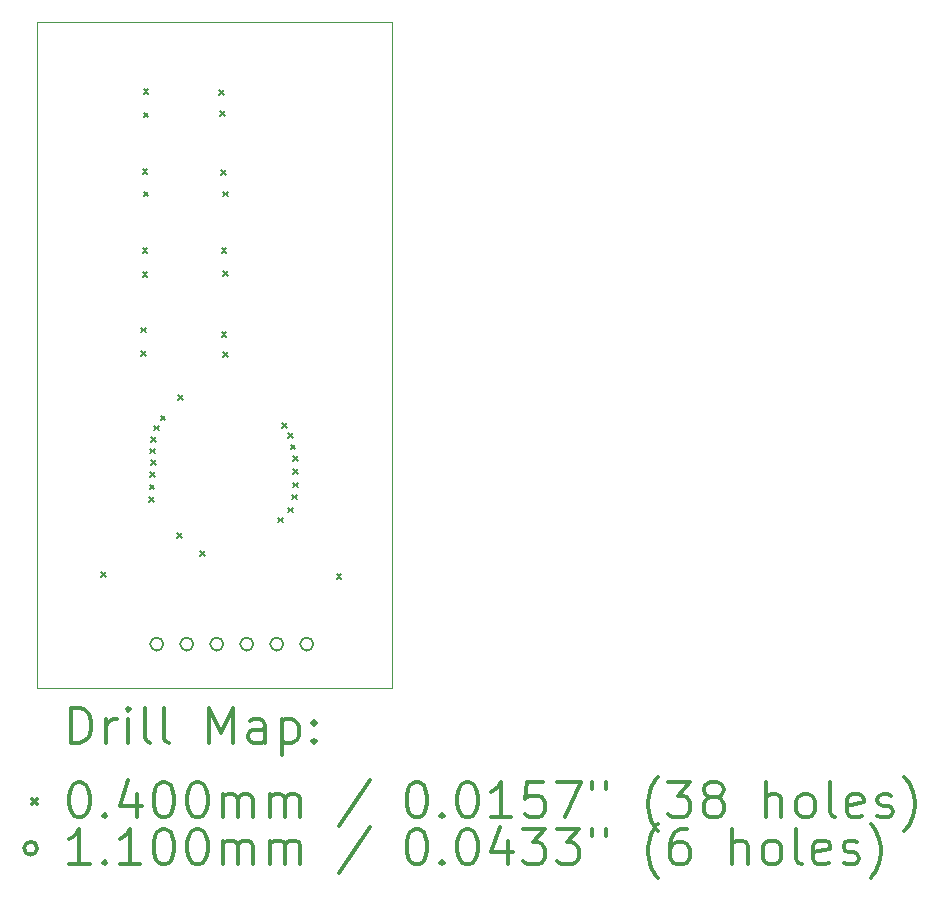
<source format=gbr>
%FSLAX45Y45*%
G04 Gerber Fmt 4.5, Leading zero omitted, Abs format (unit mm)*
G04 Created by KiCad (PCBNEW (5.1.12)-1) date 2022-08-18 12:28:16*
%MOMM*%
%LPD*%
G01*
G04 APERTURE LIST*
%TA.AperFunction,Profile*%
%ADD10C,0.050000*%
%TD*%
%ADD11C,0.200000*%
%ADD12C,0.300000*%
G04 APERTURE END LIST*
D10*
X11450000Y-4150000D02*
X14450000Y-4150000D01*
X11450000Y-9790000D02*
X11450000Y-4150000D01*
X14450000Y-9790000D02*
X14450000Y-4150000D01*
X11450000Y-9790000D02*
X14450000Y-9790000D01*
D11*
X11987500Y-8812500D02*
X12027500Y-8852500D01*
X12027500Y-8812500D02*
X11987500Y-8852500D01*
X12330000Y-6740000D02*
X12370000Y-6780000D01*
X12370000Y-6740000D02*
X12330000Y-6780000D01*
X12330000Y-6940000D02*
X12370000Y-6980000D01*
X12370000Y-6940000D02*
X12330000Y-6980000D01*
X12340000Y-5400000D02*
X12380000Y-5440000D01*
X12380000Y-5400000D02*
X12340000Y-5440000D01*
X12340000Y-6070000D02*
X12380000Y-6110000D01*
X12380000Y-6070000D02*
X12340000Y-6110000D01*
X12340000Y-6270000D02*
X12380000Y-6310000D01*
X12380000Y-6270000D02*
X12340000Y-6310000D01*
X12350000Y-4720000D02*
X12390000Y-4760000D01*
X12390000Y-4720000D02*
X12350000Y-4760000D01*
X12350000Y-4920000D02*
X12390000Y-4960000D01*
X12390000Y-4920000D02*
X12350000Y-4960000D01*
X12350000Y-5590000D02*
X12390000Y-5630000D01*
X12390000Y-5590000D02*
X12350000Y-5630000D01*
X12397193Y-8174135D02*
X12437193Y-8214135D01*
X12437193Y-8174135D02*
X12397193Y-8214135D01*
X12399230Y-8069565D02*
X12439230Y-8109565D01*
X12439230Y-8069565D02*
X12399230Y-8109565D01*
X12401705Y-7964559D02*
X12441705Y-8004559D01*
X12441705Y-7964559D02*
X12401705Y-8004559D01*
X12403477Y-7766271D02*
X12443477Y-7806271D01*
X12443477Y-7766271D02*
X12403477Y-7806271D01*
X12413486Y-7666772D02*
X12453486Y-7706772D01*
X12453486Y-7666772D02*
X12413486Y-7706772D01*
X12415625Y-7865531D02*
X12455625Y-7905531D01*
X12455625Y-7865531D02*
X12415625Y-7905531D01*
X12436036Y-7569346D02*
X12476036Y-7609346D01*
X12476036Y-7569346D02*
X12436036Y-7609346D01*
X12492261Y-7486648D02*
X12532261Y-7526648D01*
X12532261Y-7486648D02*
X12492261Y-7526648D01*
X12630000Y-8479999D02*
X12670000Y-8519999D01*
X12670000Y-8479999D02*
X12630000Y-8519999D01*
X12640000Y-7310000D02*
X12680000Y-7350000D01*
X12680000Y-7310000D02*
X12640000Y-7350000D01*
X12830000Y-8630000D02*
X12870000Y-8670000D01*
X12870000Y-8630000D02*
X12830000Y-8670000D01*
X12990001Y-4730000D02*
X13030001Y-4770000D01*
X13030001Y-4730000D02*
X12990001Y-4770000D01*
X13000000Y-4910000D02*
X13040000Y-4950000D01*
X13040000Y-4910000D02*
X13000000Y-4950000D01*
X13007705Y-5408400D02*
X13047705Y-5448400D01*
X13047705Y-5408400D02*
X13007705Y-5448400D01*
X13010000Y-6070000D02*
X13050000Y-6110000D01*
X13050000Y-6070000D02*
X13010000Y-6110000D01*
X13010000Y-6780000D02*
X13050000Y-6820000D01*
X13050000Y-6780000D02*
X13010000Y-6820000D01*
X13020000Y-5590000D02*
X13060000Y-5630000D01*
X13060000Y-5590000D02*
X13020000Y-5630000D01*
X13020000Y-6260000D02*
X13060000Y-6300000D01*
X13060000Y-6260000D02*
X13020000Y-6300000D01*
X13020000Y-6950000D02*
X13060000Y-6990000D01*
X13060000Y-6950000D02*
X13020000Y-6990000D01*
X13487501Y-8349082D02*
X13527501Y-8389082D01*
X13527501Y-8349082D02*
X13487501Y-8389082D01*
X13520496Y-7549780D02*
X13560496Y-7589780D01*
X13560496Y-7549780D02*
X13520496Y-7589780D01*
X13575701Y-8264755D02*
X13615701Y-8304755D01*
X13615701Y-8264755D02*
X13575701Y-8304755D01*
X13575746Y-7633133D02*
X13615746Y-7673133D01*
X13615746Y-7633133D02*
X13575746Y-7673133D01*
X13594361Y-7731386D02*
X13634361Y-7771386D01*
X13634361Y-7731386D02*
X13594361Y-7771386D01*
X13604999Y-8155000D02*
X13644999Y-8195000D01*
X13644999Y-8155000D02*
X13604999Y-8195000D01*
X13613535Y-8053636D02*
X13653535Y-8093636D01*
X13653535Y-8053636D02*
X13613535Y-8093636D01*
X13613619Y-7938619D02*
X13653619Y-7978619D01*
X13653619Y-7938619D02*
X13613619Y-7978619D01*
X13616698Y-7828860D02*
X13656698Y-7868860D01*
X13656698Y-7828860D02*
X13616698Y-7868860D01*
X13982500Y-8827500D02*
X14022500Y-8867500D01*
X14022500Y-8827500D02*
X13982500Y-8867500D01*
X12515000Y-9420000D02*
G75*
G03*
X12515000Y-9420000I-55000J0D01*
G01*
X12769000Y-9420000D02*
G75*
G03*
X12769000Y-9420000I-55000J0D01*
G01*
X13023000Y-9420000D02*
G75*
G03*
X13023000Y-9420000I-55000J0D01*
G01*
X13277000Y-9420000D02*
G75*
G03*
X13277000Y-9420000I-55000J0D01*
G01*
X13531000Y-9420000D02*
G75*
G03*
X13531000Y-9420000I-55000J0D01*
G01*
X13785000Y-9420000D02*
G75*
G03*
X13785000Y-9420000I-55000J0D01*
G01*
D12*
X11733928Y-10258214D02*
X11733928Y-9958214D01*
X11805357Y-9958214D01*
X11848214Y-9972500D01*
X11876786Y-10001072D01*
X11891071Y-10029643D01*
X11905357Y-10086786D01*
X11905357Y-10129643D01*
X11891071Y-10186786D01*
X11876786Y-10215357D01*
X11848214Y-10243929D01*
X11805357Y-10258214D01*
X11733928Y-10258214D01*
X12033928Y-10258214D02*
X12033928Y-10058214D01*
X12033928Y-10115357D02*
X12048214Y-10086786D01*
X12062500Y-10072500D01*
X12091071Y-10058214D01*
X12119643Y-10058214D01*
X12219643Y-10258214D02*
X12219643Y-10058214D01*
X12219643Y-9958214D02*
X12205357Y-9972500D01*
X12219643Y-9986786D01*
X12233928Y-9972500D01*
X12219643Y-9958214D01*
X12219643Y-9986786D01*
X12405357Y-10258214D02*
X12376786Y-10243929D01*
X12362500Y-10215357D01*
X12362500Y-9958214D01*
X12562500Y-10258214D02*
X12533928Y-10243929D01*
X12519643Y-10215357D01*
X12519643Y-9958214D01*
X12905357Y-10258214D02*
X12905357Y-9958214D01*
X13005357Y-10172500D01*
X13105357Y-9958214D01*
X13105357Y-10258214D01*
X13376786Y-10258214D02*
X13376786Y-10101072D01*
X13362500Y-10072500D01*
X13333928Y-10058214D01*
X13276786Y-10058214D01*
X13248214Y-10072500D01*
X13376786Y-10243929D02*
X13348214Y-10258214D01*
X13276786Y-10258214D01*
X13248214Y-10243929D01*
X13233928Y-10215357D01*
X13233928Y-10186786D01*
X13248214Y-10158214D01*
X13276786Y-10143929D01*
X13348214Y-10143929D01*
X13376786Y-10129643D01*
X13519643Y-10058214D02*
X13519643Y-10358214D01*
X13519643Y-10072500D02*
X13548214Y-10058214D01*
X13605357Y-10058214D01*
X13633928Y-10072500D01*
X13648214Y-10086786D01*
X13662500Y-10115357D01*
X13662500Y-10201072D01*
X13648214Y-10229643D01*
X13633928Y-10243929D01*
X13605357Y-10258214D01*
X13548214Y-10258214D01*
X13519643Y-10243929D01*
X13791071Y-10229643D02*
X13805357Y-10243929D01*
X13791071Y-10258214D01*
X13776786Y-10243929D01*
X13791071Y-10229643D01*
X13791071Y-10258214D01*
X13791071Y-10072500D02*
X13805357Y-10086786D01*
X13791071Y-10101072D01*
X13776786Y-10086786D01*
X13791071Y-10072500D01*
X13791071Y-10101072D01*
X11407500Y-10732500D02*
X11447500Y-10772500D01*
X11447500Y-10732500D02*
X11407500Y-10772500D01*
X11791071Y-10588214D02*
X11819643Y-10588214D01*
X11848214Y-10602500D01*
X11862500Y-10616786D01*
X11876786Y-10645357D01*
X11891071Y-10702500D01*
X11891071Y-10773929D01*
X11876786Y-10831072D01*
X11862500Y-10859643D01*
X11848214Y-10873929D01*
X11819643Y-10888214D01*
X11791071Y-10888214D01*
X11762500Y-10873929D01*
X11748214Y-10859643D01*
X11733928Y-10831072D01*
X11719643Y-10773929D01*
X11719643Y-10702500D01*
X11733928Y-10645357D01*
X11748214Y-10616786D01*
X11762500Y-10602500D01*
X11791071Y-10588214D01*
X12019643Y-10859643D02*
X12033928Y-10873929D01*
X12019643Y-10888214D01*
X12005357Y-10873929D01*
X12019643Y-10859643D01*
X12019643Y-10888214D01*
X12291071Y-10688214D02*
X12291071Y-10888214D01*
X12219643Y-10573929D02*
X12148214Y-10788214D01*
X12333928Y-10788214D01*
X12505357Y-10588214D02*
X12533928Y-10588214D01*
X12562500Y-10602500D01*
X12576786Y-10616786D01*
X12591071Y-10645357D01*
X12605357Y-10702500D01*
X12605357Y-10773929D01*
X12591071Y-10831072D01*
X12576786Y-10859643D01*
X12562500Y-10873929D01*
X12533928Y-10888214D01*
X12505357Y-10888214D01*
X12476786Y-10873929D01*
X12462500Y-10859643D01*
X12448214Y-10831072D01*
X12433928Y-10773929D01*
X12433928Y-10702500D01*
X12448214Y-10645357D01*
X12462500Y-10616786D01*
X12476786Y-10602500D01*
X12505357Y-10588214D01*
X12791071Y-10588214D02*
X12819643Y-10588214D01*
X12848214Y-10602500D01*
X12862500Y-10616786D01*
X12876786Y-10645357D01*
X12891071Y-10702500D01*
X12891071Y-10773929D01*
X12876786Y-10831072D01*
X12862500Y-10859643D01*
X12848214Y-10873929D01*
X12819643Y-10888214D01*
X12791071Y-10888214D01*
X12762500Y-10873929D01*
X12748214Y-10859643D01*
X12733928Y-10831072D01*
X12719643Y-10773929D01*
X12719643Y-10702500D01*
X12733928Y-10645357D01*
X12748214Y-10616786D01*
X12762500Y-10602500D01*
X12791071Y-10588214D01*
X13019643Y-10888214D02*
X13019643Y-10688214D01*
X13019643Y-10716786D02*
X13033928Y-10702500D01*
X13062500Y-10688214D01*
X13105357Y-10688214D01*
X13133928Y-10702500D01*
X13148214Y-10731072D01*
X13148214Y-10888214D01*
X13148214Y-10731072D02*
X13162500Y-10702500D01*
X13191071Y-10688214D01*
X13233928Y-10688214D01*
X13262500Y-10702500D01*
X13276786Y-10731072D01*
X13276786Y-10888214D01*
X13419643Y-10888214D02*
X13419643Y-10688214D01*
X13419643Y-10716786D02*
X13433928Y-10702500D01*
X13462500Y-10688214D01*
X13505357Y-10688214D01*
X13533928Y-10702500D01*
X13548214Y-10731072D01*
X13548214Y-10888214D01*
X13548214Y-10731072D02*
X13562500Y-10702500D01*
X13591071Y-10688214D01*
X13633928Y-10688214D01*
X13662500Y-10702500D01*
X13676786Y-10731072D01*
X13676786Y-10888214D01*
X14262500Y-10573929D02*
X14005357Y-10959643D01*
X14648214Y-10588214D02*
X14676786Y-10588214D01*
X14705357Y-10602500D01*
X14719643Y-10616786D01*
X14733928Y-10645357D01*
X14748214Y-10702500D01*
X14748214Y-10773929D01*
X14733928Y-10831072D01*
X14719643Y-10859643D01*
X14705357Y-10873929D01*
X14676786Y-10888214D01*
X14648214Y-10888214D01*
X14619643Y-10873929D01*
X14605357Y-10859643D01*
X14591071Y-10831072D01*
X14576786Y-10773929D01*
X14576786Y-10702500D01*
X14591071Y-10645357D01*
X14605357Y-10616786D01*
X14619643Y-10602500D01*
X14648214Y-10588214D01*
X14876786Y-10859643D02*
X14891071Y-10873929D01*
X14876786Y-10888214D01*
X14862500Y-10873929D01*
X14876786Y-10859643D01*
X14876786Y-10888214D01*
X15076786Y-10588214D02*
X15105357Y-10588214D01*
X15133928Y-10602500D01*
X15148214Y-10616786D01*
X15162500Y-10645357D01*
X15176786Y-10702500D01*
X15176786Y-10773929D01*
X15162500Y-10831072D01*
X15148214Y-10859643D01*
X15133928Y-10873929D01*
X15105357Y-10888214D01*
X15076786Y-10888214D01*
X15048214Y-10873929D01*
X15033928Y-10859643D01*
X15019643Y-10831072D01*
X15005357Y-10773929D01*
X15005357Y-10702500D01*
X15019643Y-10645357D01*
X15033928Y-10616786D01*
X15048214Y-10602500D01*
X15076786Y-10588214D01*
X15462500Y-10888214D02*
X15291071Y-10888214D01*
X15376786Y-10888214D02*
X15376786Y-10588214D01*
X15348214Y-10631072D01*
X15319643Y-10659643D01*
X15291071Y-10673929D01*
X15733928Y-10588214D02*
X15591071Y-10588214D01*
X15576786Y-10731072D01*
X15591071Y-10716786D01*
X15619643Y-10702500D01*
X15691071Y-10702500D01*
X15719643Y-10716786D01*
X15733928Y-10731072D01*
X15748214Y-10759643D01*
X15748214Y-10831072D01*
X15733928Y-10859643D01*
X15719643Y-10873929D01*
X15691071Y-10888214D01*
X15619643Y-10888214D01*
X15591071Y-10873929D01*
X15576786Y-10859643D01*
X15848214Y-10588214D02*
X16048214Y-10588214D01*
X15919643Y-10888214D01*
X16148214Y-10588214D02*
X16148214Y-10645357D01*
X16262500Y-10588214D02*
X16262500Y-10645357D01*
X16705357Y-11002500D02*
X16691071Y-10988214D01*
X16662500Y-10945357D01*
X16648214Y-10916786D01*
X16633928Y-10873929D01*
X16619643Y-10802500D01*
X16619643Y-10745357D01*
X16633928Y-10673929D01*
X16648214Y-10631072D01*
X16662500Y-10602500D01*
X16691071Y-10559643D01*
X16705357Y-10545357D01*
X16791071Y-10588214D02*
X16976786Y-10588214D01*
X16876786Y-10702500D01*
X16919643Y-10702500D01*
X16948214Y-10716786D01*
X16962500Y-10731072D01*
X16976786Y-10759643D01*
X16976786Y-10831072D01*
X16962500Y-10859643D01*
X16948214Y-10873929D01*
X16919643Y-10888214D01*
X16833928Y-10888214D01*
X16805357Y-10873929D01*
X16791071Y-10859643D01*
X17148214Y-10716786D02*
X17119643Y-10702500D01*
X17105357Y-10688214D01*
X17091071Y-10659643D01*
X17091071Y-10645357D01*
X17105357Y-10616786D01*
X17119643Y-10602500D01*
X17148214Y-10588214D01*
X17205357Y-10588214D01*
X17233928Y-10602500D01*
X17248214Y-10616786D01*
X17262500Y-10645357D01*
X17262500Y-10659643D01*
X17248214Y-10688214D01*
X17233928Y-10702500D01*
X17205357Y-10716786D01*
X17148214Y-10716786D01*
X17119643Y-10731072D01*
X17105357Y-10745357D01*
X17091071Y-10773929D01*
X17091071Y-10831072D01*
X17105357Y-10859643D01*
X17119643Y-10873929D01*
X17148214Y-10888214D01*
X17205357Y-10888214D01*
X17233928Y-10873929D01*
X17248214Y-10859643D01*
X17262500Y-10831072D01*
X17262500Y-10773929D01*
X17248214Y-10745357D01*
X17233928Y-10731072D01*
X17205357Y-10716786D01*
X17619643Y-10888214D02*
X17619643Y-10588214D01*
X17748214Y-10888214D02*
X17748214Y-10731072D01*
X17733928Y-10702500D01*
X17705357Y-10688214D01*
X17662500Y-10688214D01*
X17633928Y-10702500D01*
X17619643Y-10716786D01*
X17933928Y-10888214D02*
X17905357Y-10873929D01*
X17891071Y-10859643D01*
X17876786Y-10831072D01*
X17876786Y-10745357D01*
X17891071Y-10716786D01*
X17905357Y-10702500D01*
X17933928Y-10688214D01*
X17976786Y-10688214D01*
X18005357Y-10702500D01*
X18019643Y-10716786D01*
X18033928Y-10745357D01*
X18033928Y-10831072D01*
X18019643Y-10859643D01*
X18005357Y-10873929D01*
X17976786Y-10888214D01*
X17933928Y-10888214D01*
X18205357Y-10888214D02*
X18176786Y-10873929D01*
X18162500Y-10845357D01*
X18162500Y-10588214D01*
X18433928Y-10873929D02*
X18405357Y-10888214D01*
X18348214Y-10888214D01*
X18319643Y-10873929D01*
X18305357Y-10845357D01*
X18305357Y-10731072D01*
X18319643Y-10702500D01*
X18348214Y-10688214D01*
X18405357Y-10688214D01*
X18433928Y-10702500D01*
X18448214Y-10731072D01*
X18448214Y-10759643D01*
X18305357Y-10788214D01*
X18562500Y-10873929D02*
X18591071Y-10888214D01*
X18648214Y-10888214D01*
X18676786Y-10873929D01*
X18691071Y-10845357D01*
X18691071Y-10831072D01*
X18676786Y-10802500D01*
X18648214Y-10788214D01*
X18605357Y-10788214D01*
X18576786Y-10773929D01*
X18562500Y-10745357D01*
X18562500Y-10731072D01*
X18576786Y-10702500D01*
X18605357Y-10688214D01*
X18648214Y-10688214D01*
X18676786Y-10702500D01*
X18791071Y-11002500D02*
X18805357Y-10988214D01*
X18833928Y-10945357D01*
X18848214Y-10916786D01*
X18862500Y-10873929D01*
X18876786Y-10802500D01*
X18876786Y-10745357D01*
X18862500Y-10673929D01*
X18848214Y-10631072D01*
X18833928Y-10602500D01*
X18805357Y-10559643D01*
X18791071Y-10545357D01*
X11447500Y-11148500D02*
G75*
G03*
X11447500Y-11148500I-55000J0D01*
G01*
X11891071Y-11284214D02*
X11719643Y-11284214D01*
X11805357Y-11284214D02*
X11805357Y-10984214D01*
X11776786Y-11027072D01*
X11748214Y-11055643D01*
X11719643Y-11069929D01*
X12019643Y-11255643D02*
X12033928Y-11269929D01*
X12019643Y-11284214D01*
X12005357Y-11269929D01*
X12019643Y-11255643D01*
X12019643Y-11284214D01*
X12319643Y-11284214D02*
X12148214Y-11284214D01*
X12233928Y-11284214D02*
X12233928Y-10984214D01*
X12205357Y-11027072D01*
X12176786Y-11055643D01*
X12148214Y-11069929D01*
X12505357Y-10984214D02*
X12533928Y-10984214D01*
X12562500Y-10998500D01*
X12576786Y-11012786D01*
X12591071Y-11041357D01*
X12605357Y-11098500D01*
X12605357Y-11169929D01*
X12591071Y-11227071D01*
X12576786Y-11255643D01*
X12562500Y-11269929D01*
X12533928Y-11284214D01*
X12505357Y-11284214D01*
X12476786Y-11269929D01*
X12462500Y-11255643D01*
X12448214Y-11227071D01*
X12433928Y-11169929D01*
X12433928Y-11098500D01*
X12448214Y-11041357D01*
X12462500Y-11012786D01*
X12476786Y-10998500D01*
X12505357Y-10984214D01*
X12791071Y-10984214D02*
X12819643Y-10984214D01*
X12848214Y-10998500D01*
X12862500Y-11012786D01*
X12876786Y-11041357D01*
X12891071Y-11098500D01*
X12891071Y-11169929D01*
X12876786Y-11227071D01*
X12862500Y-11255643D01*
X12848214Y-11269929D01*
X12819643Y-11284214D01*
X12791071Y-11284214D01*
X12762500Y-11269929D01*
X12748214Y-11255643D01*
X12733928Y-11227071D01*
X12719643Y-11169929D01*
X12719643Y-11098500D01*
X12733928Y-11041357D01*
X12748214Y-11012786D01*
X12762500Y-10998500D01*
X12791071Y-10984214D01*
X13019643Y-11284214D02*
X13019643Y-11084214D01*
X13019643Y-11112786D02*
X13033928Y-11098500D01*
X13062500Y-11084214D01*
X13105357Y-11084214D01*
X13133928Y-11098500D01*
X13148214Y-11127072D01*
X13148214Y-11284214D01*
X13148214Y-11127072D02*
X13162500Y-11098500D01*
X13191071Y-11084214D01*
X13233928Y-11084214D01*
X13262500Y-11098500D01*
X13276786Y-11127072D01*
X13276786Y-11284214D01*
X13419643Y-11284214D02*
X13419643Y-11084214D01*
X13419643Y-11112786D02*
X13433928Y-11098500D01*
X13462500Y-11084214D01*
X13505357Y-11084214D01*
X13533928Y-11098500D01*
X13548214Y-11127072D01*
X13548214Y-11284214D01*
X13548214Y-11127072D02*
X13562500Y-11098500D01*
X13591071Y-11084214D01*
X13633928Y-11084214D01*
X13662500Y-11098500D01*
X13676786Y-11127072D01*
X13676786Y-11284214D01*
X14262500Y-10969929D02*
X14005357Y-11355643D01*
X14648214Y-10984214D02*
X14676786Y-10984214D01*
X14705357Y-10998500D01*
X14719643Y-11012786D01*
X14733928Y-11041357D01*
X14748214Y-11098500D01*
X14748214Y-11169929D01*
X14733928Y-11227071D01*
X14719643Y-11255643D01*
X14705357Y-11269929D01*
X14676786Y-11284214D01*
X14648214Y-11284214D01*
X14619643Y-11269929D01*
X14605357Y-11255643D01*
X14591071Y-11227071D01*
X14576786Y-11169929D01*
X14576786Y-11098500D01*
X14591071Y-11041357D01*
X14605357Y-11012786D01*
X14619643Y-10998500D01*
X14648214Y-10984214D01*
X14876786Y-11255643D02*
X14891071Y-11269929D01*
X14876786Y-11284214D01*
X14862500Y-11269929D01*
X14876786Y-11255643D01*
X14876786Y-11284214D01*
X15076786Y-10984214D02*
X15105357Y-10984214D01*
X15133928Y-10998500D01*
X15148214Y-11012786D01*
X15162500Y-11041357D01*
X15176786Y-11098500D01*
X15176786Y-11169929D01*
X15162500Y-11227071D01*
X15148214Y-11255643D01*
X15133928Y-11269929D01*
X15105357Y-11284214D01*
X15076786Y-11284214D01*
X15048214Y-11269929D01*
X15033928Y-11255643D01*
X15019643Y-11227071D01*
X15005357Y-11169929D01*
X15005357Y-11098500D01*
X15019643Y-11041357D01*
X15033928Y-11012786D01*
X15048214Y-10998500D01*
X15076786Y-10984214D01*
X15433928Y-11084214D02*
X15433928Y-11284214D01*
X15362500Y-10969929D02*
X15291071Y-11184214D01*
X15476786Y-11184214D01*
X15562500Y-10984214D02*
X15748214Y-10984214D01*
X15648214Y-11098500D01*
X15691071Y-11098500D01*
X15719643Y-11112786D01*
X15733928Y-11127072D01*
X15748214Y-11155643D01*
X15748214Y-11227071D01*
X15733928Y-11255643D01*
X15719643Y-11269929D01*
X15691071Y-11284214D01*
X15605357Y-11284214D01*
X15576786Y-11269929D01*
X15562500Y-11255643D01*
X15848214Y-10984214D02*
X16033928Y-10984214D01*
X15933928Y-11098500D01*
X15976786Y-11098500D01*
X16005357Y-11112786D01*
X16019643Y-11127072D01*
X16033928Y-11155643D01*
X16033928Y-11227071D01*
X16019643Y-11255643D01*
X16005357Y-11269929D01*
X15976786Y-11284214D01*
X15891071Y-11284214D01*
X15862500Y-11269929D01*
X15848214Y-11255643D01*
X16148214Y-10984214D02*
X16148214Y-11041357D01*
X16262500Y-10984214D02*
X16262500Y-11041357D01*
X16705357Y-11398500D02*
X16691071Y-11384214D01*
X16662500Y-11341357D01*
X16648214Y-11312786D01*
X16633928Y-11269929D01*
X16619643Y-11198500D01*
X16619643Y-11141357D01*
X16633928Y-11069929D01*
X16648214Y-11027072D01*
X16662500Y-10998500D01*
X16691071Y-10955643D01*
X16705357Y-10941357D01*
X16948214Y-10984214D02*
X16891071Y-10984214D01*
X16862500Y-10998500D01*
X16848214Y-11012786D01*
X16819643Y-11055643D01*
X16805357Y-11112786D01*
X16805357Y-11227071D01*
X16819643Y-11255643D01*
X16833928Y-11269929D01*
X16862500Y-11284214D01*
X16919643Y-11284214D01*
X16948214Y-11269929D01*
X16962500Y-11255643D01*
X16976786Y-11227071D01*
X16976786Y-11155643D01*
X16962500Y-11127072D01*
X16948214Y-11112786D01*
X16919643Y-11098500D01*
X16862500Y-11098500D01*
X16833928Y-11112786D01*
X16819643Y-11127072D01*
X16805357Y-11155643D01*
X17333928Y-11284214D02*
X17333928Y-10984214D01*
X17462500Y-11284214D02*
X17462500Y-11127072D01*
X17448214Y-11098500D01*
X17419643Y-11084214D01*
X17376786Y-11084214D01*
X17348214Y-11098500D01*
X17333928Y-11112786D01*
X17648214Y-11284214D02*
X17619643Y-11269929D01*
X17605357Y-11255643D01*
X17591071Y-11227071D01*
X17591071Y-11141357D01*
X17605357Y-11112786D01*
X17619643Y-11098500D01*
X17648214Y-11084214D01*
X17691071Y-11084214D01*
X17719643Y-11098500D01*
X17733928Y-11112786D01*
X17748214Y-11141357D01*
X17748214Y-11227071D01*
X17733928Y-11255643D01*
X17719643Y-11269929D01*
X17691071Y-11284214D01*
X17648214Y-11284214D01*
X17919643Y-11284214D02*
X17891071Y-11269929D01*
X17876786Y-11241357D01*
X17876786Y-10984214D01*
X18148214Y-11269929D02*
X18119643Y-11284214D01*
X18062500Y-11284214D01*
X18033928Y-11269929D01*
X18019643Y-11241357D01*
X18019643Y-11127072D01*
X18033928Y-11098500D01*
X18062500Y-11084214D01*
X18119643Y-11084214D01*
X18148214Y-11098500D01*
X18162500Y-11127072D01*
X18162500Y-11155643D01*
X18019643Y-11184214D01*
X18276786Y-11269929D02*
X18305357Y-11284214D01*
X18362500Y-11284214D01*
X18391071Y-11269929D01*
X18405357Y-11241357D01*
X18405357Y-11227071D01*
X18391071Y-11198500D01*
X18362500Y-11184214D01*
X18319643Y-11184214D01*
X18291071Y-11169929D01*
X18276786Y-11141357D01*
X18276786Y-11127072D01*
X18291071Y-11098500D01*
X18319643Y-11084214D01*
X18362500Y-11084214D01*
X18391071Y-11098500D01*
X18505357Y-11398500D02*
X18519643Y-11384214D01*
X18548214Y-11341357D01*
X18562500Y-11312786D01*
X18576786Y-11269929D01*
X18591071Y-11198500D01*
X18591071Y-11141357D01*
X18576786Y-11069929D01*
X18562500Y-11027072D01*
X18548214Y-10998500D01*
X18519643Y-10955643D01*
X18505357Y-10941357D01*
M02*

</source>
